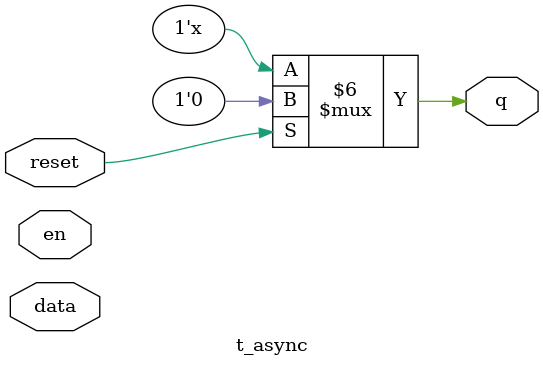
<source format=v>
module t_async (data, en,  reset,  q);
  input data, en, reset ;
  output q;
  reg q;
  always @ ( en or reset or data)
    if (reset)
      begin
        q <= 1'b0;
      end
  else if(en) 
    begin
      q <= ~q;
      end
endmodule

</source>
